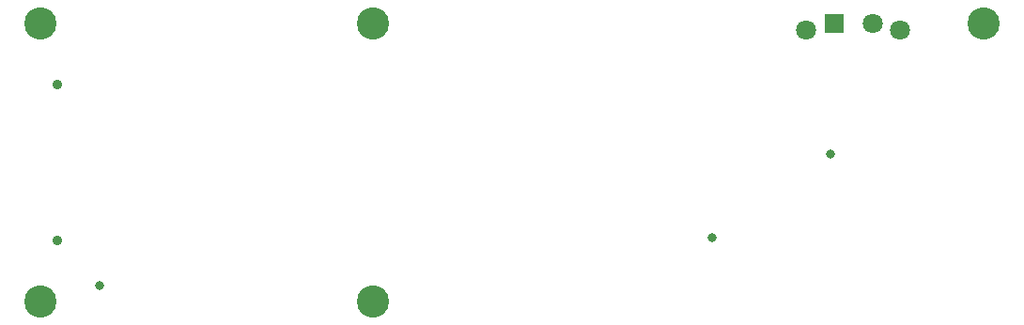
<source format=gbs>
G04*
G04 #@! TF.GenerationSoftware,Altium Limited,Altium Designer,19.0.10 (269)*
G04*
G04 Layer_Color=16711935*
%FSLAX25Y25*%
%MOIN*%
G70*
G01*
G75*
%ADD51C,0.07099*%
%ADD52R,0.07099X0.07099*%
%ADD53C,0.03556*%
%ADD54C,0.11430*%
%ADD55C,0.03162*%
D51*
X314961Y106064D02*
D03*
X281496D02*
D03*
X305118Y108544D02*
D03*
D52*
X291339D02*
D03*
D53*
X15748Y31299D02*
D03*
Y86811D02*
D03*
D54*
X9843Y9843D02*
D03*
X127953D02*
D03*
Y108268D02*
D03*
X9843D02*
D03*
X344488Y108268D02*
D03*
D55*
X290158Y62055D02*
D03*
X30709Y15354D02*
D03*
X248031Y32283D02*
D03*
M02*

</source>
